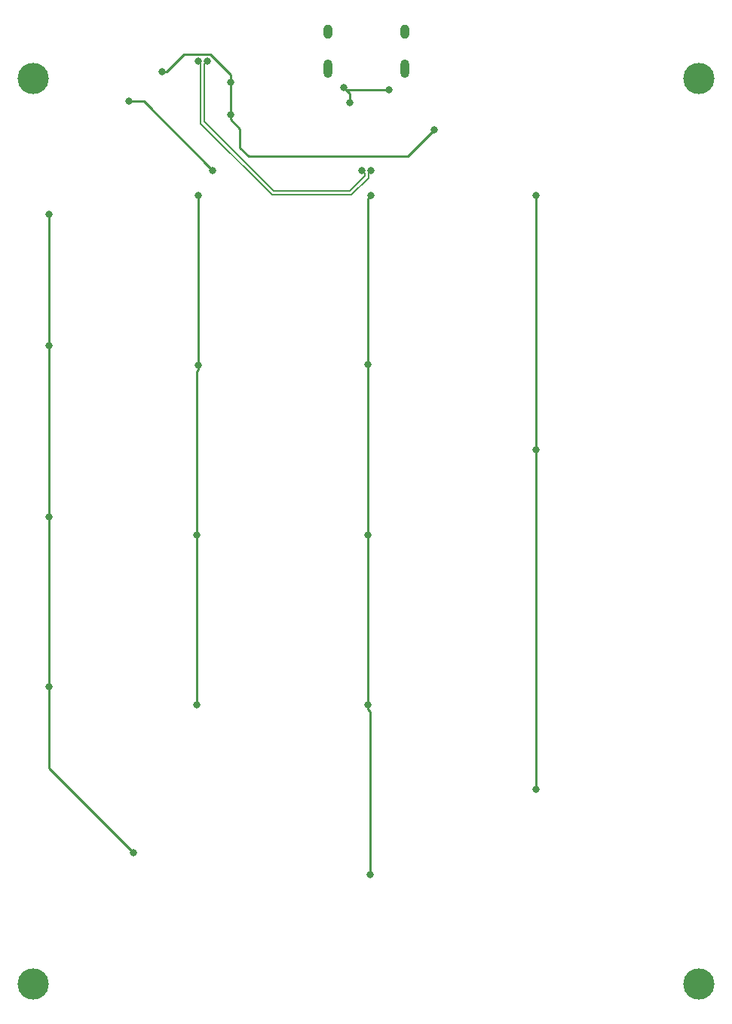
<source format=gbr>
G04 #@! TF.GenerationSoftware,KiCad,Pcbnew,(5.1.4)-1*
G04 #@! TF.CreationDate,2022-02-13T22:58:11-05:00*
G04 #@! TF.ProjectId,INT-1,494e542d-312e-46b6-9963-61645f706362,rev?*
G04 #@! TF.SameCoordinates,Original*
G04 #@! TF.FileFunction,Copper,L1,Top*
G04 #@! TF.FilePolarity,Positive*
%FSLAX46Y46*%
G04 Gerber Fmt 4.6, Leading zero omitted, Abs format (unit mm)*
G04 Created by KiCad (PCBNEW (5.1.4)-1) date 2022-02-13 22:58:11*
%MOMM*%
%LPD*%
G04 APERTURE LIST*
%ADD10C,3.500000*%
%ADD11O,1.000000X2.100000*%
%ADD12O,1.000000X1.600000*%
%ADD13C,0.800000*%
%ADD14C,0.250000*%
%ADD15C,0.200000*%
G04 APERTURE END LIST*
D10*
X114681000Y-142875000D03*
X189484000Y-142875000D03*
X189484000Y-41275000D03*
X114681000Y-41275000D03*
D11*
X147826000Y-40181000D03*
X156466000Y-40181000D03*
D12*
X147826000Y-36001000D03*
X156466000Y-36001000D03*
D13*
X125476000Y-43815000D03*
X134874000Y-51562000D03*
X136878430Y-45313265D03*
X136906000Y-41656000D03*
X129159000Y-40513000D03*
X159766000Y-46990000D03*
X149606000Y-42291000D03*
X154621000Y-42545000D03*
X150241000Y-43942000D03*
X125984000Y-128143000D03*
X116459000Y-56515000D03*
X116459000Y-71247000D03*
X116459000Y-90424000D03*
X116459000Y-109474000D03*
X152654000Y-54356000D03*
X152254001Y-73387001D03*
X152273000Y-92456000D03*
X152273000Y-111506000D03*
X152527000Y-130556000D03*
X133223000Y-54356000D03*
X133223000Y-73406000D03*
X133096000Y-92456000D03*
X133096000Y-111506000D03*
X171196000Y-54356000D03*
X171196000Y-82931000D03*
X171196000Y-121031000D03*
X151621000Y-51562000D03*
X134256000Y-39298006D03*
X152671000Y-51562000D03*
X133206000Y-39298006D03*
D14*
X125476000Y-43815000D02*
X127127000Y-43815000D01*
X127127000Y-43815000D02*
X134874000Y-51562000D01*
X136878430Y-45313265D02*
X136878430Y-41683570D01*
X136878430Y-41683570D02*
X136906000Y-41656000D01*
X136906000Y-41090315D02*
X136906000Y-41656000D01*
X136906000Y-40875004D02*
X136906000Y-41090315D01*
X134604001Y-38573005D02*
X136906000Y-40875004D01*
X131664680Y-38573005D02*
X134604001Y-38573005D01*
X129724685Y-40513000D02*
X131664680Y-38573005D01*
X129159000Y-40513000D02*
X129724685Y-40513000D01*
X136878430Y-45878950D02*
X137922000Y-46922520D01*
X136878430Y-45313265D02*
X136878430Y-45878950D01*
X137922000Y-46922520D02*
X137922000Y-49022000D01*
X159366001Y-47389999D02*
X159766000Y-46990000D01*
X156765001Y-49990999D02*
X159366001Y-47389999D01*
X138890999Y-49990999D02*
X156765001Y-49990999D01*
X137922000Y-49022000D02*
X138890999Y-49990999D01*
X149860000Y-42545000D02*
X149606000Y-42291000D01*
X154621000Y-42545000D02*
X149860000Y-42545000D01*
X150241000Y-42926000D02*
X149606000Y-42291000D01*
X150241000Y-43942000D02*
X150241000Y-42926000D01*
X116459000Y-56515000D02*
X116459000Y-71247000D01*
X116459000Y-71247000D02*
X116459000Y-90424000D01*
X116459000Y-90424000D02*
X116459000Y-109474000D01*
X116459000Y-118618000D02*
X125984000Y-128143000D01*
X116459000Y-109474000D02*
X116459000Y-118618000D01*
X152254001Y-54755999D02*
X152254001Y-73387001D01*
X152654000Y-54356000D02*
X152254001Y-54755999D01*
X152254001Y-73387001D02*
X152254001Y-92437001D01*
X152254001Y-92437001D02*
X152273000Y-92456000D01*
X152273000Y-92456000D02*
X152273000Y-111506000D01*
X152273000Y-112071685D02*
X152527000Y-112325685D01*
X152273000Y-111506000D02*
X152273000Y-112071685D01*
X152527000Y-112325685D02*
X152527000Y-130556000D01*
X133223000Y-54356000D02*
X133223000Y-73406000D01*
X133223000Y-73971685D02*
X133096000Y-74098685D01*
X133223000Y-73406000D02*
X133223000Y-73971685D01*
X133096000Y-74098685D02*
X133096000Y-92456000D01*
X133096000Y-92456000D02*
X133096000Y-111506000D01*
X171196000Y-54356000D02*
X171196000Y-54921685D01*
X171196000Y-54921685D02*
X171196000Y-82931000D01*
X171196000Y-82931000D02*
X171196000Y-121031000D01*
D15*
X133956000Y-39598006D02*
X134256000Y-39298006D01*
X133956000Y-46134800D02*
X133956000Y-39598006D01*
X150274800Y-53877000D02*
X141698200Y-53877000D01*
X151921000Y-52230800D02*
X150274800Y-53877000D01*
X151921000Y-51862000D02*
X151921000Y-52230800D01*
X151621000Y-51562000D02*
X151921000Y-51862000D01*
X141698200Y-53877000D02*
X133956000Y-46134800D01*
X133506000Y-46321200D02*
X133506000Y-39598006D01*
X141511800Y-54327000D02*
X133506000Y-46321200D01*
X133506000Y-39598006D02*
X133206000Y-39298006D01*
X152371000Y-51862000D02*
X152371000Y-52417200D01*
X152371000Y-52417200D02*
X150461200Y-54327000D01*
X152671000Y-51562000D02*
X152371000Y-51862000D01*
X150461200Y-54327000D02*
X141511800Y-54327000D01*
M02*

</source>
